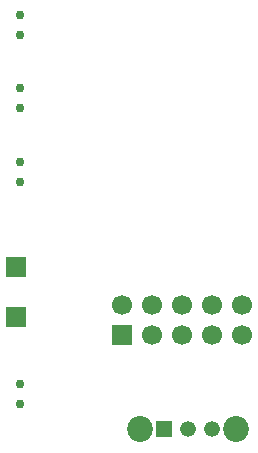
<source format=gbr>
%TF.GenerationSoftware,KiCad,Pcbnew,9.0.4*%
%TF.CreationDate,2025-09-28T00:50:50+02:00*%
%TF.ProjectId,BTM308-host-top,42544d33-3038-42d6-986f-73742d746f70,rev?*%
%TF.SameCoordinates,Original*%
%TF.FileFunction,Soldermask,Bot*%
%TF.FilePolarity,Negative*%
%FSLAX46Y46*%
G04 Gerber Fmt 4.6, Leading zero omitted, Abs format (unit mm)*
G04 Created by KiCad (PCBNEW 9.0.4) date 2025-09-28 00:50:50*
%MOMM*%
%LPD*%
G01*
G04 APERTURE LIST*
%ADD10C,0.750000*%
%ADD11R,1.700000X1.700000*%
%ADD12C,1.700000*%
%ADD13R,1.337000X1.337000*%
%ADD14C,1.337000*%
%ADD15C,2.190000*%
G04 APERTURE END LIST*
D10*
%TO.C,SW6*%
X117000000Y-90867500D03*
X117000000Y-89167500D03*
%TD*%
D11*
%TO.C,J7*%
X116700000Y-79300000D03*
%TD*%
D10*
%TO.C,SW1*%
X117000000Y-65825000D03*
X117000000Y-64125000D03*
%TD*%
D11*
%TO.C,J6*%
X116700000Y-83500000D03*
%TD*%
D10*
%TO.C,SW2*%
X117000000Y-72050000D03*
X117000000Y-70350000D03*
%TD*%
%TO.C,SW3*%
X117000000Y-59600000D03*
X117000000Y-57900000D03*
%TD*%
D11*
%TO.C,J5*%
X125670000Y-85025000D03*
D12*
X125670000Y-82485000D03*
X128210000Y-85025000D03*
X128210000Y-82485000D03*
X130750000Y-85025000D03*
X130750000Y-82485000D03*
X133290000Y-85025000D03*
X133290000Y-82485000D03*
X135830000Y-85025000D03*
X135830000Y-82485000D03*
%TD*%
D13*
%TO.C,SW4*%
X129250000Y-93000000D03*
D14*
X131250000Y-93000000D03*
X133250000Y-93000000D03*
D15*
X127150000Y-93000000D03*
X135350000Y-93000000D03*
%TD*%
M02*

</source>
